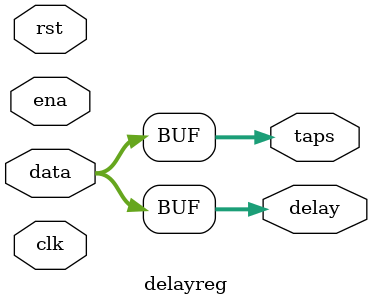
<source format=sv>
module delayreg #(
  parameter WIDTH = 16, // Width of signals
  parameter DELAY = 0   // Delay value
) (
  input  wire                       clk  ,
  input  wire                       rst    = '0,
  input  wire                       ena    = '1,
  input       [          WIDTH-1:0] data ,
  output      [          WIDTH-1:0] delay,
  output      [WIDTH*(DELAY+1)-1:0] taps
);

initial  if ( WIDTH == 0 ) $error("Width cannot be zero");

genvar i;
generate  if(DELAY == 0) begin
  assign delay    = data;
  assign taps     = data;
end else begin
  logic [WIDTH - 1:0] chain [DELAY - 1:0];    // Delay chain
      
  assign taps[0*WIDTH +: WIDTH] = data; // First tap its data
  assign delay = chain[DELAY - 1];    // Delayed data
  // Other taps delayed
  for (i = 1; i < DELAY + 1; i++) begin : taps_process
    assign taps[i*WIDTH +: WIDTH] = chain[i-1];
  end
  
  // Delay chain
  always_ff @ (posedge clk or posedge rst) begin
    for (int j = 0; j < DELAY; j++) begin
      if (rst) chain[j] <= '0;
      else if(ena) begin
        if(j == 0) chain[j] <= data;
        else chain[j] <= chain[j - 1];
      end
    end
  end
end endgenerate

endmodule
</source>
